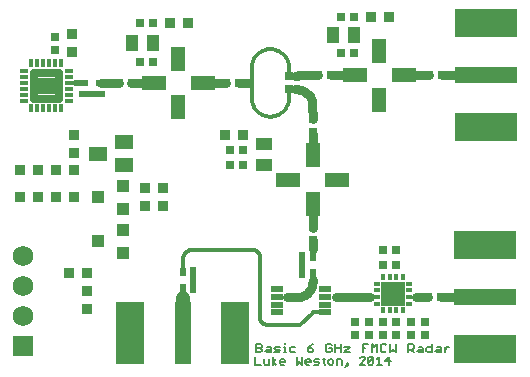
<source format=gts>
G75*
%MOIN*%
%OFA0B0*%
%FSLAX24Y24*%
%IPPOS*%
%LPD*%
%AMOC8*
5,1,8,0,0,1.08239X$1,22.5*
%
%ADD10C,0.0050*%
%ADD11C,0.0300*%
%ADD12C,0.0140*%
%ADD13C,0.0110*%
%ADD14C,0.0200*%
%ADD15C,0.0450*%
%ADD16R,0.0395X0.0552*%
%ADD17R,0.2080X0.0530*%
%ADD18R,0.2080X0.0980*%
%ADD19R,0.0165X0.0206*%
%ADD20R,0.0825X0.0825*%
%ADD21R,0.0206X0.0165*%
%ADD22R,0.0380X0.0380*%
%ADD23R,0.0480X0.0800*%
%ADD24R,0.0800X0.0480*%
%ADD25C,0.0283*%
%ADD26R,0.0275X0.0150*%
%ADD27R,0.0150X0.0275*%
%ADD28R,0.0434X0.0395*%
%ADD29R,0.0631X0.0474*%
%ADD30R,0.0433X0.0217*%
%ADD31R,0.0316X0.0218*%
%ADD32R,0.0867X0.0218*%
%ADD33R,0.0218X0.0316*%
%ADD34R,0.0218X0.0867*%
%ADD35R,0.0552X0.0395*%
%ADD36R,0.0680X0.0680*%
%ADD37C,0.0680*%
%ADD38R,0.0530X0.2080*%
%ADD39R,0.0980X0.2080*%
%ADD40R,0.0316X0.0277*%
%ADD41R,0.0277X0.0316*%
D10*
X009365Y002210D02*
X009538Y002210D01*
X009650Y002253D02*
X009650Y002383D01*
X009650Y002253D02*
X009694Y002210D01*
X009824Y002210D01*
X009824Y002383D01*
X009936Y002297D02*
X010066Y002383D01*
X010173Y002340D02*
X010173Y002253D01*
X010217Y002210D01*
X010304Y002210D01*
X010347Y002297D02*
X010173Y002297D01*
X010173Y002340D02*
X010217Y002383D01*
X010304Y002383D01*
X010347Y002340D01*
X010347Y002297D01*
X010066Y002210D02*
X009936Y002297D01*
X009936Y002210D02*
X009936Y002470D01*
X009881Y002618D02*
X009741Y002618D01*
X009694Y002665D01*
X009741Y002712D01*
X009881Y002712D01*
X009881Y002758D02*
X009881Y002618D01*
X009998Y002618D02*
X010138Y002618D01*
X010185Y002665D01*
X010138Y002712D01*
X010045Y002712D01*
X009998Y002758D01*
X010045Y002805D01*
X010185Y002805D01*
X010302Y002805D02*
X010348Y002805D01*
X010348Y002618D01*
X010302Y002618D02*
X010395Y002618D01*
X010504Y002665D02*
X010551Y002618D01*
X010691Y002618D01*
X010744Y002470D02*
X010744Y002210D01*
X010831Y002297D01*
X010918Y002210D01*
X010918Y002470D01*
X011030Y002340D02*
X011073Y002383D01*
X011160Y002383D01*
X011203Y002340D01*
X011203Y002297D01*
X011030Y002297D01*
X011030Y002340D02*
X011030Y002253D01*
X011073Y002210D01*
X011160Y002210D01*
X011315Y002210D02*
X011445Y002210D01*
X011489Y002253D01*
X011445Y002297D01*
X011359Y002297D01*
X011315Y002340D01*
X011359Y002383D01*
X011489Y002383D01*
X011601Y002383D02*
X011687Y002383D01*
X011644Y002427D02*
X011644Y002253D01*
X011687Y002210D01*
X011791Y002253D02*
X011834Y002210D01*
X011921Y002210D01*
X011964Y002253D01*
X011964Y002340D01*
X011921Y002383D01*
X011834Y002383D01*
X011791Y002340D01*
X011791Y002253D01*
X012076Y002210D02*
X012076Y002383D01*
X012207Y002383D01*
X012250Y002340D01*
X012250Y002210D01*
X012362Y002123D02*
X012449Y002210D01*
X012405Y002210D01*
X012405Y002253D01*
X012449Y002253D01*
X012449Y002210D01*
X012838Y002210D02*
X013011Y002383D01*
X013011Y002427D01*
X012968Y002470D01*
X012881Y002470D01*
X012838Y002427D01*
X012935Y002618D02*
X012935Y002898D01*
X013122Y002898D01*
X013239Y002898D02*
X013332Y002805D01*
X013426Y002898D01*
X013426Y002618D01*
X013543Y002665D02*
X013590Y002618D01*
X013683Y002618D01*
X013730Y002665D01*
X013847Y002618D02*
X013940Y002712D01*
X014034Y002618D01*
X014034Y002898D01*
X013847Y002898D02*
X013847Y002618D01*
X013824Y002470D02*
X013694Y002340D01*
X013867Y002340D01*
X013824Y002210D02*
X013824Y002470D01*
X013582Y002210D02*
X013408Y002210D01*
X013495Y002210D02*
X013495Y002470D01*
X013408Y002383D01*
X013297Y002427D02*
X013297Y002253D01*
X013253Y002210D01*
X013166Y002210D01*
X013123Y002253D01*
X013297Y002427D01*
X013253Y002470D01*
X013166Y002470D01*
X013123Y002427D01*
X013123Y002253D01*
X013011Y002210D02*
X012838Y002210D01*
X012514Y002618D02*
X012327Y002618D01*
X012514Y002805D01*
X012327Y002805D01*
X012210Y002758D02*
X012024Y002758D01*
X011907Y002758D02*
X011813Y002758D01*
X011907Y002758D02*
X011907Y002665D01*
X011860Y002618D01*
X011766Y002618D01*
X011720Y002665D01*
X011720Y002852D01*
X011766Y002898D01*
X011860Y002898D01*
X011907Y002852D01*
X012024Y002898D02*
X012024Y002618D01*
X012210Y002618D02*
X012210Y002898D01*
X012935Y002758D02*
X013029Y002758D01*
X013239Y002618D02*
X013239Y002898D01*
X013543Y002852D02*
X013543Y002665D01*
X013543Y002852D02*
X013590Y002898D01*
X013683Y002898D01*
X013730Y002852D01*
X014454Y002898D02*
X014454Y002618D01*
X014454Y002712D02*
X014595Y002712D01*
X014641Y002758D01*
X014641Y002852D01*
X014595Y002898D01*
X014454Y002898D01*
X014548Y002712D02*
X014641Y002618D01*
X014758Y002665D02*
X014805Y002712D01*
X014945Y002712D01*
X014945Y002758D02*
X014945Y002618D01*
X014805Y002618D01*
X014758Y002665D01*
X014805Y002805D02*
X014898Y002805D01*
X014945Y002758D01*
X015062Y002758D02*
X015109Y002805D01*
X015249Y002805D01*
X015249Y002898D02*
X015249Y002618D01*
X015109Y002618D01*
X015062Y002665D01*
X015062Y002758D01*
X015366Y002665D02*
X015413Y002618D01*
X015553Y002618D01*
X015553Y002758D01*
X015506Y002805D01*
X015413Y002805D01*
X015413Y002712D02*
X015553Y002712D01*
X015670Y002712D02*
X015763Y002805D01*
X015810Y002805D01*
X015670Y002805D02*
X015670Y002618D01*
X015413Y002712D02*
X015366Y002665D01*
X011299Y002665D02*
X011299Y002712D01*
X011252Y002758D01*
X011112Y002758D01*
X011112Y002665D01*
X011159Y002618D01*
X011252Y002618D01*
X011299Y002665D01*
X011112Y002758D02*
X011205Y002852D01*
X011299Y002898D01*
X010691Y002805D02*
X010551Y002805D01*
X010504Y002758D01*
X010504Y002665D01*
X010348Y002898D02*
X010348Y002945D01*
X009881Y002758D02*
X009834Y002805D01*
X009741Y002805D01*
X009577Y002805D02*
X009530Y002758D01*
X009390Y002758D01*
X009390Y002618D02*
X009530Y002618D01*
X009577Y002665D01*
X009577Y002712D01*
X009530Y002758D01*
X009577Y002805D02*
X009577Y002852D01*
X009530Y002898D01*
X009390Y002898D01*
X009390Y002618D01*
X009365Y002470D02*
X009365Y002210D01*
D11*
X010412Y004462D02*
X010752Y004462D01*
X010794Y004464D01*
X010837Y004469D01*
X010878Y004477D01*
X010919Y004489D01*
X010959Y004505D01*
X010997Y004523D01*
X011033Y004545D01*
X011068Y004569D01*
X011101Y004597D01*
X011131Y004626D01*
X011158Y004659D01*
X011183Y004693D01*
X011205Y004730D01*
X011224Y004768D01*
X011240Y004807D01*
X011252Y004848D01*
X011261Y004889D01*
X011266Y004932D01*
X011268Y004974D01*
X011267Y004974D02*
X011267Y005037D01*
X012055Y004460D02*
X013189Y004458D01*
X014717Y004462D02*
X015119Y004462D01*
X015537Y004460D02*
X016027Y004460D01*
X011267Y006052D02*
X011267Y006359D01*
X011267Y006779D02*
X011267Y007349D01*
X011267Y009443D02*
X011267Y009912D01*
X011267Y010402D02*
X011265Y010867D01*
X011266Y010867D02*
X011264Y010910D01*
X011259Y010952D01*
X011250Y010994D01*
X011238Y011035D01*
X011222Y011075D01*
X011204Y011114D01*
X011182Y011150D01*
X011157Y011185D01*
X011129Y011218D01*
X011099Y011248D01*
X011066Y011276D01*
X011031Y011301D01*
X010995Y011323D01*
X010956Y011341D01*
X010916Y011357D01*
X010875Y011369D01*
X010833Y011378D01*
X010791Y011383D01*
X010748Y011385D01*
X010748Y011384D02*
X010674Y011384D01*
X010672Y011816D02*
X010765Y011816D01*
X010807Y011855D01*
X011465Y011855D01*
X011883Y011855D02*
X012355Y011855D01*
X014504Y011855D02*
X015150Y011855D01*
X015568Y011855D02*
X016390Y011855D01*
X009111Y011599D02*
X008805Y011599D01*
X008387Y011599D02*
X007736Y011599D01*
X005830Y011599D02*
X005226Y011599D01*
X004808Y011599D02*
X004213Y011599D01*
D12*
X009236Y012099D02*
X009236Y011099D01*
X009861Y010474D02*
X009910Y010476D01*
X009959Y010482D01*
X010007Y010491D01*
X010054Y010505D01*
X010100Y010522D01*
X010145Y010542D01*
X010188Y010566D01*
X010228Y010593D01*
X010267Y010624D01*
X010303Y010657D01*
X010336Y010693D01*
X010367Y010732D01*
X010394Y010772D01*
X010418Y010815D01*
X010438Y010860D01*
X010455Y010906D01*
X010469Y010953D01*
X010478Y011001D01*
X010484Y011050D01*
X010486Y011099D01*
X010486Y011318D01*
X009861Y010474D02*
X009812Y010476D01*
X009763Y010482D01*
X009715Y010491D01*
X009668Y010505D01*
X009622Y010522D01*
X009577Y010542D01*
X009534Y010566D01*
X009494Y010593D01*
X009455Y010624D01*
X009419Y010657D01*
X009386Y010693D01*
X009355Y010732D01*
X009328Y010772D01*
X009304Y010815D01*
X009284Y010860D01*
X009267Y010906D01*
X009253Y010953D01*
X009244Y011001D01*
X009238Y011050D01*
X009236Y011099D01*
X010486Y012099D02*
X010484Y012148D01*
X010478Y012197D01*
X010469Y012245D01*
X010455Y012292D01*
X010438Y012338D01*
X010418Y012383D01*
X010394Y012426D01*
X010367Y012466D01*
X010336Y012505D01*
X010303Y012541D01*
X010267Y012574D01*
X010228Y012605D01*
X010188Y012632D01*
X010145Y012656D01*
X010100Y012676D01*
X010054Y012693D01*
X010007Y012707D01*
X009959Y012716D01*
X009910Y012722D01*
X009861Y012724D01*
X009812Y012722D01*
X009763Y012716D01*
X009715Y012707D01*
X009668Y012693D01*
X009622Y012676D01*
X009577Y012656D01*
X009534Y012632D01*
X009494Y012605D01*
X009455Y012574D01*
X009419Y012541D01*
X009386Y012505D01*
X009355Y012466D01*
X009328Y012426D01*
X009304Y012383D01*
X009284Y012338D01*
X009267Y012292D01*
X009253Y012245D01*
X009244Y012197D01*
X009238Y012148D01*
X009236Y012099D01*
X010486Y012099D02*
X010486Y011880D01*
X009267Y006037D02*
X007267Y006037D01*
X007267Y006036D02*
X007233Y006034D01*
X007199Y006029D01*
X007166Y006020D01*
X007134Y006008D01*
X007103Y005992D01*
X007074Y005973D01*
X007048Y005952D01*
X007023Y005927D01*
X007002Y005901D01*
X006983Y005872D01*
X006967Y005841D01*
X006955Y005809D01*
X006946Y005776D01*
X006941Y005742D01*
X006939Y005708D01*
X006939Y005396D01*
X009267Y006037D02*
X009297Y006035D01*
X009327Y006030D01*
X009356Y006021D01*
X009383Y006008D01*
X009409Y005993D01*
X009433Y005974D01*
X009454Y005953D01*
X009473Y005929D01*
X009488Y005903D01*
X009501Y005876D01*
X009510Y005847D01*
X009515Y005817D01*
X009517Y005787D01*
X009517Y003787D01*
X009519Y003757D01*
X009524Y003727D01*
X009533Y003698D01*
X009546Y003671D01*
X009561Y003645D01*
X009580Y003621D01*
X009601Y003600D01*
X009625Y003581D01*
X009651Y003566D01*
X009678Y003553D01*
X009707Y003544D01*
X009737Y003539D01*
X009767Y003537D01*
X010861Y003537D01*
X011267Y003943D01*
X011274Y003950D02*
X011700Y003950D01*
D13*
X003346Y011599D02*
X003205Y011599D01*
D14*
X003346Y011599D02*
X003695Y011599D01*
D15*
X006939Y004443D02*
X006939Y004208D01*
D16*
X005966Y012943D03*
X005257Y012943D03*
X011944Y013193D03*
X012653Y013193D03*
D17*
X017059Y011855D03*
X017027Y004462D03*
D18*
X017027Y006202D03*
X017027Y002722D03*
X017059Y010115D03*
X017059Y013595D03*
D19*
X014285Y005115D03*
X014065Y005115D03*
X013845Y005115D03*
X013625Y005115D03*
X013625Y004028D03*
X013845Y004028D03*
X014065Y004028D03*
X014285Y004028D03*
D20*
X013955Y004572D03*
D21*
X014498Y004682D03*
X014498Y004902D03*
X014498Y004462D03*
X014498Y004242D03*
X013412Y004242D03*
X013412Y004462D03*
X013412Y004682D03*
X013412Y004902D03*
D22*
X008961Y009870D03*
X008361Y009870D03*
X006267Y008087D03*
X005674Y008087D03*
X005674Y007487D03*
X006267Y007487D03*
X003317Y007787D03*
X002717Y007787D03*
X002130Y007787D03*
X001530Y007787D03*
X001530Y008693D03*
X002130Y008693D03*
X002717Y008693D03*
X003317Y008693D03*
X003330Y009260D03*
X003330Y009860D03*
X003255Y012643D03*
X003255Y013243D03*
X006518Y013599D03*
X007118Y013599D03*
X013226Y013787D03*
X013826Y013787D03*
X003755Y005255D03*
X003755Y004680D03*
X003155Y005255D03*
X003755Y004080D03*
D23*
X011267Y007565D03*
X011267Y009195D03*
X013486Y011040D03*
X013486Y012670D03*
X006799Y012414D03*
X006799Y010784D03*
D24*
X007614Y011599D03*
X005984Y011599D03*
X010452Y008380D03*
X012082Y008380D03*
X012671Y011855D03*
X014301Y011855D03*
D25*
X002816Y011075D02*
X001968Y011075D01*
X001968Y011923D01*
X002816Y011923D01*
X002816Y011075D01*
X002816Y011357D02*
X001968Y011357D01*
X001968Y011639D02*
X002816Y011639D01*
X002816Y011921D02*
X001968Y011921D01*
D26*
X001642Y011999D03*
X001642Y011799D03*
X001642Y011599D03*
X001642Y011399D03*
X001642Y011199D03*
X001642Y010999D03*
X003142Y010999D03*
X003142Y011199D03*
X003142Y011399D03*
X003142Y011599D03*
X003142Y011799D03*
X003142Y011999D03*
D27*
X002892Y012249D03*
X002692Y012249D03*
X002492Y012249D03*
X002292Y012249D03*
X002092Y012249D03*
X001892Y012249D03*
X001892Y010749D03*
X002092Y010749D03*
X002292Y010749D03*
X002492Y010749D03*
X002692Y010749D03*
X002892Y010749D03*
D28*
X004942Y008161D03*
X004116Y007787D03*
X004942Y007413D03*
X004942Y006692D03*
X004116Y006318D03*
X004942Y005944D03*
D29*
X004982Y008872D03*
X004982Y009620D03*
X004116Y009246D03*
D30*
X010085Y004717D03*
X010085Y004462D03*
X010085Y004206D03*
X010085Y003950D03*
X011700Y003950D03*
X011700Y004206D03*
X011700Y004462D03*
X011700Y004717D03*
D31*
X004199Y011599D03*
X003648Y011599D03*
D32*
X003924Y011245D03*
D33*
X006939Y005312D03*
X006939Y004761D03*
X011267Y005261D03*
X011267Y005812D03*
D34*
X010913Y005537D03*
X007294Y005037D03*
D35*
X009642Y008870D03*
X009642Y009578D03*
D36*
X001611Y002818D03*
D37*
X001611Y003818D03*
X001611Y004818D03*
X001611Y005818D03*
D38*
X006939Y003261D03*
D39*
X005199Y003261D03*
X008679Y003261D03*
D40*
X013625Y005537D03*
X014058Y005537D03*
X014058Y006037D03*
X013625Y006037D03*
X015111Y004460D03*
X015545Y004460D03*
X008961Y008870D03*
X008527Y008870D03*
X008527Y009370D03*
X008961Y009370D03*
X008812Y011599D03*
X008379Y011599D03*
X005966Y012287D03*
X005533Y012287D03*
X005234Y011599D03*
X004801Y011599D03*
X005533Y013599D03*
X005966Y013599D03*
X011457Y011855D03*
X011890Y011855D03*
X012220Y012613D03*
X012653Y012613D03*
X012653Y013787D03*
X012220Y013787D03*
X015143Y011855D03*
X015576Y011855D03*
D41*
X011267Y010409D03*
X011267Y009976D03*
X010486Y011383D03*
X010486Y011816D03*
X011267Y006784D03*
X011267Y006351D03*
X012667Y003623D03*
X013147Y003623D03*
X013147Y003190D03*
X012667Y003190D03*
X013625Y003190D03*
X014065Y003190D03*
X014065Y003623D03*
X013625Y003623D03*
X014547Y003623D03*
X015007Y003623D03*
X015007Y003190D03*
X014547Y003190D03*
X002692Y012695D03*
X002692Y013128D03*
M02*

</source>
